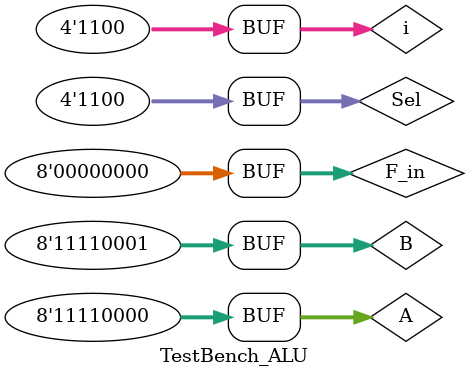
<source format=v>
`timescale 1ns / 1ps


module TestBench_ALU();
//Inputs
reg[7:0] A, B,F_in;
reg[3:0] Sel;

//Outputs
 wire[7:0] ALU_out, F_out;


//Aux
reg[3:0] i; 
 ALU test_unit(
        A,B,F_in,Sel,ALU_out,F_out
);

    initial begin
    //Primer caso A+B >255
        A = 8'hF0;
        B = 8'hFF;
        F_in = 0;
        Sel = 4'd0;
        i = 4'd0;
        #10;
        for (i=0; i<12;i=i+1)
        begin
             Sel = Sel +1;
             #10;
        
        end
       //Segundo caso B>A
        A = 8'hF0;
        B = 8'hF1;
        F_in = 0;
        Sel = 4'd0;
        i = 4'd0;
        #10;
        for (i=0; i<12;i=i+1)
        begin
             Sel = Sel +1;
             #10;
        
        end
        
    
    end
endmodule

</source>
